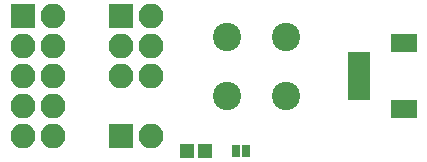
<source format=gbr>
G04 #@! TF.GenerationSoftware,KiCad,Pcbnew,5.0.0*
G04 #@! TF.CreationDate,2019-01-10T22:51:14-06:00*
G04 #@! TF.ProjectId,stlink-swd,73746C696E6B2D7377642E6B69636164,rev?*
G04 #@! TF.SameCoordinates,Original*
G04 #@! TF.FileFunction,Soldermask,Top*
G04 #@! TF.FilePolarity,Negative*
%FSLAX46Y46*%
G04 Gerber Fmt 4.6, Leading zero omitted, Abs format (unit mm)*
G04 Created by KiCad (PCBNEW 5.0.0) date Thu Jan 10 22:51:14 2019*
%MOMM*%
%LPD*%
G01*
G04 APERTURE LIST*
%ADD10R,1.200000X1.200000*%
%ADD11O,2.100000X2.100000*%
%ADD12R,2.100000X2.100000*%
%ADD13R,1.950000X1.000000*%
%ADD14R,2.200000X1.600000*%
%ADD15R,0.800000X1.000000*%
%ADD16C,2.400000*%
G04 APERTURE END LIST*
D10*
G04 #@! TO.C,D1*
X144310000Y-104140000D03*
X142710000Y-104140000D03*
G04 #@! TD*
D11*
G04 #@! TO.C,J1*
X139700000Y-97790000D03*
X137160000Y-97790000D03*
X139700000Y-95250000D03*
X137160000Y-95250000D03*
X139700000Y-92710000D03*
D12*
X137160000Y-92710000D03*
G04 #@! TD*
D11*
G04 #@! TO.C,J2*
X131365001Y-102870000D03*
X128825001Y-102870000D03*
X131365001Y-100330000D03*
X128825001Y-100330000D03*
X131365001Y-97790000D03*
X128825001Y-97790000D03*
X131365001Y-95250000D03*
X128825001Y-95250000D03*
X131365001Y-92710000D03*
D12*
X128825001Y-92710000D03*
G04 #@! TD*
D13*
G04 #@! TO.C,J3*
X157277000Y-99290000D03*
X157277000Y-98290000D03*
X157277000Y-97290000D03*
X157277000Y-96290000D03*
D14*
X161152000Y-100590000D03*
X161152000Y-94990000D03*
G04 #@! TD*
D11*
G04 #@! TO.C,J4*
X139700000Y-102870000D03*
D12*
X137160000Y-102870000D03*
G04 #@! TD*
D15*
G04 #@! TO.C,R1*
X147770000Y-104140000D03*
X146870000Y-104140000D03*
G04 #@! TD*
D16*
G04 #@! TO.C,SW1*
X146130000Y-94488000D03*
X146130000Y-99488000D03*
X151130000Y-99488000D03*
X151130000Y-94488000D03*
G04 #@! TD*
M02*

</source>
